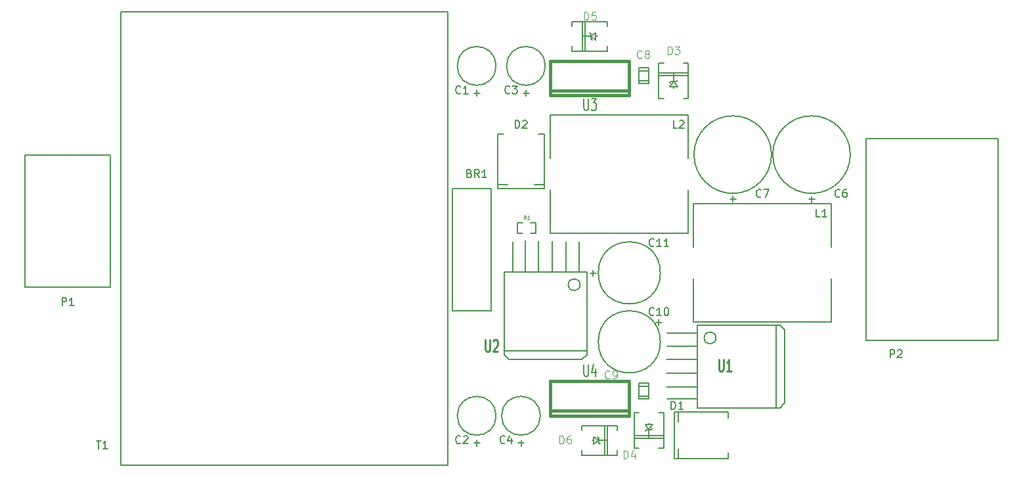
<source format=gto>
G04 (created by PCBNEW (2013-07-07 BZR 4022)-stable) date 4/14/2014 10:19:51 AM*
%MOIN*%
G04 Gerber Fmt 3.4, Leading zero omitted, Abs format*
%FSLAX34Y34*%
G01*
G70*
G90*
G04 APERTURE LIST*
%ADD10C,0.00590551*%
%ADD11C,0.0078*%
%ADD12C,0.005*%
%ADD13C,0.015*%
%ADD14C,0.01*%
%ADD15C,0.0045*%
%ADD16C,0.0047*%
%ADD17C,0.00492126*%
%ADD18C,0.008*%
G04 APERTURE END LIST*
G54D10*
G54D11*
X96945Y-67904D02*
X95409Y-67904D01*
X96945Y-67274D02*
X95370Y-67274D01*
X96945Y-64557D02*
X95409Y-64557D01*
X96945Y-65226D02*
X95409Y-65226D01*
X96950Y-65900D02*
X95400Y-65900D01*
X95400Y-66600D02*
X96950Y-66600D01*
X97900Y-64800D02*
G75*
G03X97900Y-64800I-300J0D01*
G74*
G01*
X96950Y-64150D02*
X101150Y-64150D01*
X101150Y-64150D02*
X101400Y-64400D01*
X101400Y-64400D02*
X101400Y-67950D01*
X101400Y-67950D02*
X101400Y-68050D01*
X101400Y-68050D02*
X101400Y-68100D01*
X101400Y-68100D02*
X101150Y-68350D01*
X101150Y-68350D02*
X96950Y-68350D01*
X96950Y-64150D02*
X96950Y-68350D01*
X100950Y-68350D02*
X100950Y-64150D01*
X87596Y-61445D02*
X87596Y-59909D01*
X88226Y-61445D02*
X88226Y-59870D01*
X90943Y-61445D02*
X90943Y-59909D01*
X90274Y-61445D02*
X90274Y-59909D01*
X89600Y-61450D02*
X89600Y-59900D01*
X88900Y-59900D02*
X88900Y-61450D01*
X91000Y-62100D02*
G75*
G03X91000Y-62100I-300J0D01*
G74*
G01*
X91350Y-61450D02*
X91350Y-65650D01*
X91350Y-65650D02*
X91100Y-65900D01*
X91100Y-65900D02*
X87550Y-65900D01*
X87550Y-65900D02*
X87450Y-65900D01*
X87450Y-65900D02*
X87400Y-65900D01*
X87400Y-65900D02*
X87150Y-65650D01*
X87150Y-65650D02*
X87150Y-61450D01*
X91350Y-61450D02*
X87150Y-61450D01*
X87150Y-65450D02*
X91350Y-65450D01*
G54D12*
X88083Y-58945D02*
X87805Y-58945D01*
X87805Y-58945D02*
X87805Y-59495D01*
X87805Y-59495D02*
X88083Y-59495D01*
X88755Y-58945D02*
X88477Y-58945D01*
X88755Y-58945D02*
X88755Y-59495D01*
X88755Y-59495D02*
X88477Y-59495D01*
G54D10*
X103750Y-61800D02*
X103750Y-64000D01*
X103750Y-64000D02*
X96750Y-64000D01*
X96750Y-64000D02*
X96750Y-61800D01*
X103750Y-60000D02*
X103750Y-60200D01*
X103750Y-60000D02*
X103750Y-58000D01*
X103750Y-58000D02*
X96750Y-58000D01*
X96750Y-58000D02*
X96750Y-60200D01*
X96500Y-57300D02*
X96500Y-59500D01*
X96500Y-59500D02*
X89500Y-59500D01*
X89500Y-59500D02*
X89500Y-57300D01*
X96500Y-55500D02*
X96500Y-55700D01*
X96500Y-55500D02*
X96500Y-53500D01*
X96500Y-53500D02*
X89500Y-53500D01*
X89500Y-53500D02*
X89500Y-55700D01*
X86484Y-57212D02*
X86484Y-63413D01*
X86484Y-63413D02*
X84515Y-63413D01*
X84515Y-63413D02*
X84515Y-57212D01*
X84515Y-57212D02*
X86484Y-57212D01*
G54D12*
X95750Y-52050D02*
X95750Y-52130D01*
X95000Y-52650D02*
X95000Y-50850D01*
X95000Y-50850D02*
X95250Y-50850D01*
X96500Y-51490D02*
X95000Y-51490D01*
X96500Y-51360D02*
X95000Y-51360D01*
X96250Y-52650D02*
X96500Y-52650D01*
X96500Y-52650D02*
X96500Y-50850D01*
X96500Y-50850D02*
X96250Y-50850D01*
X95250Y-52650D02*
X95000Y-52650D01*
X95750Y-51800D02*
X95563Y-52050D01*
X95563Y-52050D02*
X95750Y-52050D01*
X95750Y-52050D02*
X95937Y-52050D01*
X95937Y-52050D02*
X95750Y-51800D01*
X95750Y-51800D02*
X95625Y-51800D01*
X95625Y-51800D02*
X95563Y-51862D01*
X95750Y-51800D02*
X95875Y-51800D01*
X95875Y-51800D02*
X95937Y-51738D01*
X95750Y-51800D02*
X95750Y-51363D01*
X91700Y-70000D02*
X91620Y-70000D01*
X91100Y-69250D02*
X92900Y-69250D01*
X92900Y-69250D02*
X92900Y-69500D01*
X92260Y-70750D02*
X92260Y-69250D01*
X92390Y-70750D02*
X92390Y-69250D01*
X91100Y-70500D02*
X91100Y-70750D01*
X91100Y-70750D02*
X92900Y-70750D01*
X92900Y-70750D02*
X92900Y-70500D01*
X91100Y-69500D02*
X91100Y-69250D01*
X91950Y-70000D02*
X91700Y-69813D01*
X91700Y-69813D02*
X91700Y-70000D01*
X91700Y-70000D02*
X91700Y-70187D01*
X91700Y-70187D02*
X91950Y-70000D01*
X91950Y-70000D02*
X91950Y-69875D01*
X91950Y-69875D02*
X91888Y-69813D01*
X91950Y-70000D02*
X91950Y-70125D01*
X91950Y-70125D02*
X92012Y-70187D01*
X91950Y-70000D02*
X92387Y-70000D01*
X91800Y-49500D02*
X91880Y-49500D01*
X92400Y-50250D02*
X90600Y-50250D01*
X90600Y-50250D02*
X90600Y-50000D01*
X91240Y-48750D02*
X91240Y-50250D01*
X91110Y-48750D02*
X91110Y-50250D01*
X92400Y-49000D02*
X92400Y-48750D01*
X92400Y-48750D02*
X90600Y-48750D01*
X90600Y-48750D02*
X90600Y-49000D01*
X92400Y-50000D02*
X92400Y-50250D01*
X91550Y-49500D02*
X91800Y-49687D01*
X91800Y-49687D02*
X91800Y-49500D01*
X91800Y-49500D02*
X91800Y-49313D01*
X91800Y-49313D02*
X91550Y-49500D01*
X91550Y-49500D02*
X91550Y-49625D01*
X91550Y-49625D02*
X91612Y-49687D01*
X91550Y-49500D02*
X91550Y-49375D01*
X91550Y-49375D02*
X91488Y-49313D01*
X91550Y-49500D02*
X91113Y-49500D01*
X94500Y-69200D02*
X94500Y-69120D01*
X95250Y-68600D02*
X95250Y-70400D01*
X95250Y-70400D02*
X95000Y-70400D01*
X93750Y-69760D02*
X95250Y-69760D01*
X93750Y-69890D02*
X95250Y-69890D01*
X94000Y-68600D02*
X93750Y-68600D01*
X93750Y-68600D02*
X93750Y-70400D01*
X93750Y-70400D02*
X94000Y-70400D01*
X95000Y-68600D02*
X95250Y-68600D01*
X94500Y-69450D02*
X94687Y-69200D01*
X94687Y-69200D02*
X94500Y-69200D01*
X94500Y-69200D02*
X94313Y-69200D01*
X94313Y-69200D02*
X94500Y-69450D01*
X94500Y-69450D02*
X94625Y-69450D01*
X94625Y-69450D02*
X94687Y-69388D01*
X94500Y-69450D02*
X94375Y-69450D01*
X94375Y-69450D02*
X94313Y-69512D01*
X94500Y-69450D02*
X94500Y-69887D01*
G54D10*
X95970Y-70635D02*
X95970Y-70438D01*
X95970Y-68864D02*
X95970Y-69061D01*
X95970Y-68568D02*
X95773Y-68568D01*
X95773Y-68568D02*
X95773Y-69257D01*
X95773Y-69257D02*
X95773Y-70931D01*
X95773Y-70931D02*
X95970Y-70931D01*
X97250Y-68568D02*
X95970Y-68568D01*
X95970Y-68568D02*
X95970Y-68864D01*
X97250Y-68568D02*
X98529Y-68568D01*
X98529Y-68568D02*
X98529Y-68864D01*
X97250Y-70931D02*
X95970Y-70931D01*
X95970Y-70931D02*
X95970Y-70635D01*
X97250Y-70931D02*
X98529Y-70931D01*
X98529Y-70931D02*
X98529Y-70635D01*
X88885Y-57029D02*
X88688Y-57029D01*
X87114Y-57029D02*
X87311Y-57029D01*
X86818Y-57029D02*
X86818Y-57226D01*
X86818Y-57226D02*
X87507Y-57226D01*
X87507Y-57226D02*
X89181Y-57226D01*
X89181Y-57226D02*
X89181Y-57029D01*
X86818Y-55750D02*
X86818Y-57029D01*
X86818Y-57029D02*
X87114Y-57029D01*
X86818Y-55750D02*
X86818Y-54470D01*
X86818Y-54470D02*
X87114Y-54470D01*
X89181Y-55750D02*
X89181Y-57029D01*
X89181Y-57029D02*
X88885Y-57029D01*
X89181Y-55750D02*
X89181Y-54470D01*
X89181Y-54470D02*
X88885Y-54470D01*
G54D12*
X94000Y-51250D02*
X94500Y-51250D01*
X94000Y-51750D02*
X94490Y-51750D01*
X94000Y-51900D02*
X94000Y-51100D01*
X94000Y-51100D02*
X94500Y-51100D01*
X94500Y-51100D02*
X94500Y-51900D01*
X94500Y-51900D02*
X94000Y-51900D01*
X94000Y-67250D02*
X94500Y-67250D01*
X94000Y-67750D02*
X94490Y-67750D01*
X94000Y-67900D02*
X94000Y-67100D01*
X94000Y-67100D02*
X94500Y-67100D01*
X94500Y-67100D02*
X94500Y-67900D01*
X94500Y-67900D02*
X94000Y-67900D01*
G54D10*
X95074Y-61500D02*
G75*
G03X95074Y-61500I-1574J0D01*
G74*
G01*
X95074Y-65000D02*
G75*
G03X95074Y-65000I-1574J0D01*
G74*
G01*
X88984Y-68750D02*
G75*
G03X88984Y-68750I-984J0D01*
G74*
G01*
X86734Y-68750D02*
G75*
G03X86734Y-68750I-984J0D01*
G74*
G01*
X89234Y-51000D02*
G75*
G03X89234Y-51000I-984J0D01*
G74*
G01*
X86734Y-51000D02*
G75*
G03X86734Y-51000I-984J0D01*
G74*
G01*
X100718Y-55500D02*
G75*
G03X100718Y-55500I-1968J0D01*
G74*
G01*
X104718Y-55500D02*
G75*
G03X104718Y-55500I-1968J0D01*
G74*
G01*
X112218Y-54694D02*
X105525Y-54694D01*
X105525Y-54694D02*
X105525Y-64537D01*
X105525Y-64537D02*
X105525Y-64931D01*
X105525Y-64931D02*
X112218Y-64931D01*
X112218Y-64931D02*
X112218Y-64537D01*
X112218Y-64750D02*
X112218Y-54694D01*
X62818Y-62218D02*
X67149Y-62218D01*
X67149Y-62218D02*
X67149Y-60250D01*
X67149Y-60250D02*
X67149Y-55525D01*
X67149Y-55525D02*
X62818Y-55525D01*
X62818Y-55525D02*
X62818Y-62218D01*
X67700Y-48250D02*
X84300Y-48250D01*
X84300Y-48250D02*
X84300Y-71250D01*
X84300Y-71250D02*
X67700Y-71250D01*
X67700Y-71250D02*
X67700Y-48250D01*
G54D13*
X93500Y-68500D02*
X93500Y-68750D01*
X93500Y-68750D02*
X89500Y-68750D01*
X89500Y-68750D02*
X89500Y-68500D01*
X93500Y-67000D02*
X93500Y-68500D01*
X93500Y-68500D02*
X89500Y-68500D01*
X89500Y-68500D02*
X89500Y-67000D01*
X89500Y-67000D02*
X93500Y-67000D01*
X93500Y-52250D02*
X93500Y-52500D01*
X93500Y-52500D02*
X89500Y-52500D01*
X89500Y-52500D02*
X89500Y-52250D01*
X93500Y-50750D02*
X93500Y-52250D01*
X93500Y-52250D02*
X89500Y-52250D01*
X89500Y-52250D02*
X89500Y-50750D01*
X89500Y-50750D02*
X93500Y-50750D01*
G54D14*
X98045Y-65892D02*
X98045Y-66378D01*
X98064Y-66435D01*
X98083Y-66464D01*
X98121Y-66492D01*
X98197Y-66492D01*
X98235Y-66464D01*
X98254Y-66435D01*
X98273Y-66378D01*
X98273Y-65892D01*
X98673Y-66492D02*
X98445Y-66492D01*
X98559Y-66492D02*
X98559Y-65892D01*
X98521Y-65978D01*
X98483Y-66035D01*
X98445Y-66064D01*
X86195Y-64892D02*
X86195Y-65378D01*
X86214Y-65435D01*
X86233Y-65464D01*
X86271Y-65492D01*
X86347Y-65492D01*
X86385Y-65464D01*
X86404Y-65435D01*
X86423Y-65378D01*
X86423Y-64892D01*
X86595Y-64950D02*
X86614Y-64921D01*
X86652Y-64892D01*
X86747Y-64892D01*
X86785Y-64921D01*
X86804Y-64950D01*
X86823Y-65007D01*
X86823Y-65064D01*
X86804Y-65150D01*
X86576Y-65492D01*
X86823Y-65492D01*
G54D15*
X88250Y-58799D02*
X88190Y-58705D01*
X88147Y-58799D02*
X88147Y-58602D01*
X88215Y-58602D01*
X88232Y-58612D01*
X88241Y-58621D01*
X88250Y-58640D01*
X88250Y-58668D01*
X88241Y-58687D01*
X88232Y-58696D01*
X88215Y-58705D01*
X88147Y-58705D01*
X88421Y-58799D02*
X88318Y-58799D01*
X88370Y-58799D02*
X88370Y-58602D01*
X88352Y-58630D01*
X88335Y-58649D01*
X88318Y-58659D01*
G54D10*
X103184Y-58659D02*
X102996Y-58659D01*
X102996Y-58265D01*
X103521Y-58659D02*
X103296Y-58659D01*
X103409Y-58659D02*
X103409Y-58265D01*
X103371Y-58321D01*
X103334Y-58359D01*
X103296Y-58378D01*
X95934Y-54159D02*
X95746Y-54159D01*
X95746Y-53765D01*
X96046Y-53803D02*
X96065Y-53784D01*
X96103Y-53765D01*
X96196Y-53765D01*
X96234Y-53784D01*
X96253Y-53803D01*
X96271Y-53840D01*
X96271Y-53878D01*
X96253Y-53934D01*
X96028Y-54159D01*
X96271Y-54159D01*
X85393Y-56453D02*
X85450Y-56471D01*
X85468Y-56490D01*
X85487Y-56528D01*
X85487Y-56584D01*
X85468Y-56621D01*
X85450Y-56640D01*
X85412Y-56659D01*
X85262Y-56659D01*
X85262Y-56265D01*
X85393Y-56265D01*
X85431Y-56284D01*
X85450Y-56303D01*
X85468Y-56340D01*
X85468Y-56378D01*
X85450Y-56415D01*
X85431Y-56434D01*
X85393Y-56453D01*
X85262Y-56453D01*
X85881Y-56659D02*
X85750Y-56471D01*
X85656Y-56659D02*
X85656Y-56265D01*
X85806Y-56265D01*
X85843Y-56284D01*
X85862Y-56303D01*
X85881Y-56340D01*
X85881Y-56396D01*
X85862Y-56434D01*
X85843Y-56453D01*
X85806Y-56471D01*
X85656Y-56471D01*
X86256Y-56659D02*
X86031Y-56659D01*
X86143Y-56659D02*
X86143Y-56265D01*
X86106Y-56321D01*
X86068Y-56359D01*
X86031Y-56378D01*
G54D16*
X95459Y-50409D02*
X95459Y-50015D01*
X95553Y-50015D01*
X95609Y-50034D01*
X95646Y-50071D01*
X95665Y-50109D01*
X95684Y-50184D01*
X95684Y-50240D01*
X95665Y-50315D01*
X95646Y-50353D01*
X95609Y-50390D01*
X95553Y-50409D01*
X95459Y-50409D01*
X95815Y-50015D02*
X96059Y-50015D01*
X95928Y-50165D01*
X95984Y-50165D01*
X96022Y-50184D01*
X96040Y-50203D01*
X96059Y-50240D01*
X96059Y-50334D01*
X96040Y-50371D01*
X96022Y-50390D01*
X95984Y-50409D01*
X95871Y-50409D01*
X95834Y-50390D01*
X95815Y-50371D01*
X89959Y-70159D02*
X89959Y-69765D01*
X90053Y-69765D01*
X90109Y-69784D01*
X90146Y-69821D01*
X90165Y-69859D01*
X90184Y-69934D01*
X90184Y-69990D01*
X90165Y-70065D01*
X90146Y-70103D01*
X90109Y-70140D01*
X90053Y-70159D01*
X89959Y-70159D01*
X90522Y-69765D02*
X90447Y-69765D01*
X90409Y-69784D01*
X90390Y-69803D01*
X90353Y-69859D01*
X90334Y-69934D01*
X90334Y-70084D01*
X90353Y-70121D01*
X90371Y-70140D01*
X90409Y-70159D01*
X90484Y-70159D01*
X90522Y-70140D01*
X90540Y-70121D01*
X90559Y-70084D01*
X90559Y-69990D01*
X90540Y-69953D01*
X90522Y-69934D01*
X90484Y-69915D01*
X90409Y-69915D01*
X90371Y-69934D01*
X90353Y-69953D01*
X90334Y-69990D01*
X91209Y-48659D02*
X91209Y-48265D01*
X91303Y-48265D01*
X91359Y-48284D01*
X91396Y-48321D01*
X91415Y-48359D01*
X91434Y-48434D01*
X91434Y-48490D01*
X91415Y-48565D01*
X91396Y-48603D01*
X91359Y-48640D01*
X91303Y-48659D01*
X91209Y-48659D01*
X91790Y-48265D02*
X91603Y-48265D01*
X91584Y-48453D01*
X91603Y-48434D01*
X91640Y-48415D01*
X91734Y-48415D01*
X91772Y-48434D01*
X91790Y-48453D01*
X91809Y-48490D01*
X91809Y-48584D01*
X91790Y-48621D01*
X91772Y-48640D01*
X91734Y-48659D01*
X91640Y-48659D01*
X91603Y-48640D01*
X91584Y-48621D01*
X93209Y-70909D02*
X93209Y-70515D01*
X93303Y-70515D01*
X93359Y-70534D01*
X93396Y-70571D01*
X93415Y-70609D01*
X93434Y-70684D01*
X93434Y-70740D01*
X93415Y-70815D01*
X93396Y-70853D01*
X93359Y-70890D01*
X93303Y-70909D01*
X93209Y-70909D01*
X93772Y-70646D02*
X93772Y-70909D01*
X93678Y-70496D02*
X93584Y-70778D01*
X93828Y-70778D01*
G54D10*
X95629Y-68419D02*
X95629Y-68025D01*
X95723Y-68025D01*
X95779Y-68044D01*
X95816Y-68081D01*
X95835Y-68119D01*
X95854Y-68194D01*
X95854Y-68250D01*
X95835Y-68325D01*
X95816Y-68363D01*
X95779Y-68400D01*
X95723Y-68419D01*
X95629Y-68419D01*
X96229Y-68419D02*
X96004Y-68419D01*
X96116Y-68419D02*
X96116Y-68025D01*
X96079Y-68081D01*
X96041Y-68119D01*
X96004Y-68138D01*
X87709Y-54159D02*
X87709Y-53765D01*
X87803Y-53765D01*
X87859Y-53784D01*
X87896Y-53821D01*
X87915Y-53859D01*
X87934Y-53934D01*
X87934Y-53990D01*
X87915Y-54065D01*
X87896Y-54103D01*
X87859Y-54140D01*
X87803Y-54159D01*
X87709Y-54159D01*
X88084Y-53803D02*
X88103Y-53784D01*
X88140Y-53765D01*
X88234Y-53765D01*
X88271Y-53784D01*
X88290Y-53803D01*
X88309Y-53840D01*
X88309Y-53878D01*
X88290Y-53934D01*
X88065Y-54159D01*
X88309Y-54159D01*
G54D17*
X94134Y-50571D02*
X94115Y-50590D01*
X94059Y-50609D01*
X94021Y-50609D01*
X93965Y-50590D01*
X93928Y-50553D01*
X93909Y-50515D01*
X93890Y-50440D01*
X93890Y-50384D01*
X93909Y-50309D01*
X93928Y-50271D01*
X93965Y-50234D01*
X94021Y-50215D01*
X94059Y-50215D01*
X94115Y-50234D01*
X94134Y-50253D01*
X94359Y-50384D02*
X94321Y-50365D01*
X94303Y-50346D01*
X94284Y-50309D01*
X94284Y-50290D01*
X94303Y-50253D01*
X94321Y-50234D01*
X94359Y-50215D01*
X94434Y-50215D01*
X94471Y-50234D01*
X94490Y-50253D01*
X94509Y-50290D01*
X94509Y-50309D01*
X94490Y-50346D01*
X94471Y-50365D01*
X94434Y-50384D01*
X94359Y-50384D01*
X94321Y-50403D01*
X94303Y-50421D01*
X94284Y-50459D01*
X94284Y-50534D01*
X94303Y-50571D01*
X94321Y-50590D01*
X94359Y-50609D01*
X94434Y-50609D01*
X94471Y-50590D01*
X94490Y-50571D01*
X94509Y-50534D01*
X94509Y-50459D01*
X94490Y-50421D01*
X94471Y-50403D01*
X94434Y-50384D01*
X92494Y-66821D02*
X92475Y-66840D01*
X92419Y-66859D01*
X92381Y-66859D01*
X92325Y-66840D01*
X92288Y-66803D01*
X92269Y-66765D01*
X92250Y-66690D01*
X92250Y-66634D01*
X92269Y-66559D01*
X92288Y-66521D01*
X92325Y-66484D01*
X92381Y-66465D01*
X92419Y-66465D01*
X92475Y-66484D01*
X92494Y-66503D01*
X92681Y-66859D02*
X92756Y-66859D01*
X92794Y-66840D01*
X92813Y-66821D01*
X92850Y-66765D01*
X92869Y-66690D01*
X92869Y-66540D01*
X92850Y-66503D01*
X92831Y-66484D01*
X92794Y-66465D01*
X92719Y-66465D01*
X92681Y-66484D01*
X92663Y-66503D01*
X92644Y-66540D01*
X92644Y-66634D01*
X92663Y-66671D01*
X92681Y-66690D01*
X92719Y-66709D01*
X92794Y-66709D01*
X92831Y-66690D01*
X92850Y-66671D01*
X92869Y-66634D01*
G54D10*
X94746Y-60121D02*
X94728Y-60140D01*
X94671Y-60159D01*
X94634Y-60159D01*
X94578Y-60140D01*
X94540Y-60103D01*
X94521Y-60065D01*
X94503Y-59990D01*
X94503Y-59934D01*
X94521Y-59859D01*
X94540Y-59821D01*
X94578Y-59784D01*
X94634Y-59765D01*
X94671Y-59765D01*
X94728Y-59784D01*
X94746Y-59803D01*
X95121Y-60159D02*
X94896Y-60159D01*
X95009Y-60159D02*
X95009Y-59765D01*
X94971Y-59821D01*
X94934Y-59859D01*
X94896Y-59878D01*
X95496Y-60159D02*
X95271Y-60159D01*
X95384Y-60159D02*
X95384Y-59765D01*
X95346Y-59821D01*
X95309Y-59859D01*
X95271Y-59878D01*
X91510Y-61509D02*
X91809Y-61509D01*
X91660Y-61659D02*
X91660Y-61359D01*
X94746Y-63621D02*
X94728Y-63640D01*
X94671Y-63659D01*
X94634Y-63659D01*
X94578Y-63640D01*
X94540Y-63603D01*
X94521Y-63565D01*
X94503Y-63490D01*
X94503Y-63434D01*
X94521Y-63359D01*
X94540Y-63321D01*
X94578Y-63284D01*
X94634Y-63265D01*
X94671Y-63265D01*
X94728Y-63284D01*
X94746Y-63303D01*
X95121Y-63659D02*
X94896Y-63659D01*
X95009Y-63659D02*
X95009Y-63265D01*
X94971Y-63321D01*
X94934Y-63359D01*
X94896Y-63378D01*
X95365Y-63265D02*
X95403Y-63265D01*
X95440Y-63284D01*
X95459Y-63303D01*
X95478Y-63340D01*
X95496Y-63415D01*
X95496Y-63509D01*
X95478Y-63584D01*
X95459Y-63621D01*
X95440Y-63640D01*
X95403Y-63659D01*
X95365Y-63659D01*
X95328Y-63640D01*
X95309Y-63621D01*
X95290Y-63584D01*
X95271Y-63509D01*
X95271Y-63415D01*
X95290Y-63340D01*
X95309Y-63303D01*
X95328Y-63284D01*
X95365Y-63265D01*
X94850Y-64009D02*
X95149Y-64009D01*
X95000Y-64159D02*
X95000Y-63859D01*
X87184Y-70121D02*
X87165Y-70140D01*
X87109Y-70159D01*
X87071Y-70159D01*
X87015Y-70140D01*
X86978Y-70103D01*
X86959Y-70065D01*
X86940Y-69990D01*
X86940Y-69934D01*
X86959Y-69859D01*
X86978Y-69821D01*
X87015Y-69784D01*
X87071Y-69765D01*
X87109Y-69765D01*
X87165Y-69784D01*
X87184Y-69803D01*
X87521Y-69896D02*
X87521Y-70159D01*
X87428Y-69746D02*
X87334Y-70028D01*
X87578Y-70028D01*
X88009Y-70277D02*
X88009Y-69977D01*
X88159Y-70127D02*
X87859Y-70127D01*
X84934Y-70121D02*
X84915Y-70140D01*
X84859Y-70159D01*
X84821Y-70159D01*
X84765Y-70140D01*
X84728Y-70103D01*
X84709Y-70065D01*
X84690Y-69990D01*
X84690Y-69934D01*
X84709Y-69859D01*
X84728Y-69821D01*
X84765Y-69784D01*
X84821Y-69765D01*
X84859Y-69765D01*
X84915Y-69784D01*
X84934Y-69803D01*
X85084Y-69803D02*
X85103Y-69784D01*
X85140Y-69765D01*
X85234Y-69765D01*
X85271Y-69784D01*
X85290Y-69803D01*
X85309Y-69840D01*
X85309Y-69878D01*
X85290Y-69934D01*
X85065Y-70159D01*
X85309Y-70159D01*
X85759Y-70277D02*
X85759Y-69977D01*
X85909Y-70127D02*
X85609Y-70127D01*
X87434Y-52371D02*
X87415Y-52390D01*
X87359Y-52409D01*
X87321Y-52409D01*
X87265Y-52390D01*
X87228Y-52353D01*
X87209Y-52315D01*
X87190Y-52240D01*
X87190Y-52184D01*
X87209Y-52109D01*
X87228Y-52071D01*
X87265Y-52034D01*
X87321Y-52015D01*
X87359Y-52015D01*
X87415Y-52034D01*
X87434Y-52053D01*
X87565Y-52015D02*
X87809Y-52015D01*
X87678Y-52165D01*
X87734Y-52165D01*
X87771Y-52184D01*
X87790Y-52203D01*
X87809Y-52240D01*
X87809Y-52334D01*
X87790Y-52371D01*
X87771Y-52390D01*
X87734Y-52409D01*
X87621Y-52409D01*
X87584Y-52390D01*
X87565Y-52371D01*
X88259Y-52527D02*
X88259Y-52227D01*
X88409Y-52377D02*
X88109Y-52377D01*
X84934Y-52371D02*
X84915Y-52390D01*
X84859Y-52409D01*
X84821Y-52409D01*
X84765Y-52390D01*
X84728Y-52353D01*
X84709Y-52315D01*
X84690Y-52240D01*
X84690Y-52184D01*
X84709Y-52109D01*
X84728Y-52071D01*
X84765Y-52034D01*
X84821Y-52015D01*
X84859Y-52015D01*
X84915Y-52034D01*
X84934Y-52053D01*
X85309Y-52409D02*
X85084Y-52409D01*
X85196Y-52409D02*
X85196Y-52015D01*
X85159Y-52071D01*
X85121Y-52109D01*
X85084Y-52128D01*
X85759Y-52527D02*
X85759Y-52227D01*
X85909Y-52377D02*
X85609Y-52377D01*
X100184Y-57621D02*
X100165Y-57640D01*
X100109Y-57659D01*
X100071Y-57659D01*
X100015Y-57640D01*
X99978Y-57603D01*
X99959Y-57565D01*
X99940Y-57490D01*
X99940Y-57434D01*
X99959Y-57359D01*
X99978Y-57321D01*
X100015Y-57284D01*
X100071Y-57265D01*
X100109Y-57265D01*
X100165Y-57284D01*
X100184Y-57303D01*
X100315Y-57265D02*
X100578Y-57265D01*
X100409Y-57659D01*
X98759Y-57899D02*
X98759Y-57600D01*
X98909Y-57749D02*
X98609Y-57749D01*
X104184Y-57621D02*
X104165Y-57640D01*
X104109Y-57659D01*
X104071Y-57659D01*
X104015Y-57640D01*
X103978Y-57603D01*
X103959Y-57565D01*
X103940Y-57490D01*
X103940Y-57434D01*
X103959Y-57359D01*
X103978Y-57321D01*
X104015Y-57284D01*
X104071Y-57265D01*
X104109Y-57265D01*
X104165Y-57284D01*
X104184Y-57303D01*
X104521Y-57265D02*
X104446Y-57265D01*
X104409Y-57284D01*
X104390Y-57303D01*
X104353Y-57359D01*
X104334Y-57434D01*
X104334Y-57584D01*
X104353Y-57621D01*
X104371Y-57640D01*
X104409Y-57659D01*
X104484Y-57659D01*
X104521Y-57640D01*
X104540Y-57621D01*
X104559Y-57584D01*
X104559Y-57490D01*
X104540Y-57453D01*
X104521Y-57434D01*
X104484Y-57415D01*
X104409Y-57415D01*
X104371Y-57434D01*
X104353Y-57453D01*
X104334Y-57490D01*
X102759Y-57913D02*
X102759Y-57613D01*
X102909Y-57763D02*
X102609Y-57763D01*
X106739Y-65799D02*
X106739Y-65405D01*
X106889Y-65405D01*
X106926Y-65424D01*
X106945Y-65443D01*
X106964Y-65480D01*
X106964Y-65536D01*
X106945Y-65574D01*
X106926Y-65593D01*
X106889Y-65611D01*
X106739Y-65611D01*
X107114Y-65443D02*
X107133Y-65424D01*
X107170Y-65405D01*
X107264Y-65405D01*
X107301Y-65424D01*
X107320Y-65443D01*
X107339Y-65480D01*
X107339Y-65518D01*
X107320Y-65574D01*
X107095Y-65799D01*
X107339Y-65799D01*
X64709Y-63159D02*
X64709Y-62765D01*
X64859Y-62765D01*
X64896Y-62784D01*
X64915Y-62803D01*
X64934Y-62840D01*
X64934Y-62896D01*
X64915Y-62934D01*
X64896Y-62953D01*
X64859Y-62971D01*
X64709Y-62971D01*
X65309Y-63159D02*
X65084Y-63159D01*
X65196Y-63159D02*
X65196Y-62765D01*
X65159Y-62821D01*
X65121Y-62859D01*
X65084Y-62878D01*
X66450Y-70015D02*
X66675Y-70015D01*
X66562Y-70409D02*
X66562Y-70015D01*
X67012Y-70409D02*
X66787Y-70409D01*
X66899Y-70409D02*
X66899Y-70015D01*
X66862Y-70071D01*
X66824Y-70109D01*
X66787Y-70128D01*
G54D18*
X91195Y-66142D02*
X91195Y-66628D01*
X91214Y-66685D01*
X91233Y-66714D01*
X91271Y-66742D01*
X91347Y-66742D01*
X91385Y-66714D01*
X91404Y-66685D01*
X91423Y-66628D01*
X91423Y-66142D01*
X91785Y-66342D02*
X91785Y-66742D01*
X91690Y-66114D02*
X91595Y-66542D01*
X91842Y-66542D01*
X91195Y-52642D02*
X91195Y-53128D01*
X91214Y-53185D01*
X91233Y-53214D01*
X91271Y-53242D01*
X91347Y-53242D01*
X91385Y-53214D01*
X91404Y-53185D01*
X91423Y-53128D01*
X91423Y-52642D01*
X91576Y-52642D02*
X91823Y-52642D01*
X91690Y-52871D01*
X91747Y-52871D01*
X91785Y-52900D01*
X91804Y-52928D01*
X91823Y-52985D01*
X91823Y-53128D01*
X91804Y-53185D01*
X91785Y-53214D01*
X91747Y-53242D01*
X91633Y-53242D01*
X91595Y-53214D01*
X91576Y-53185D01*
M02*

</source>
